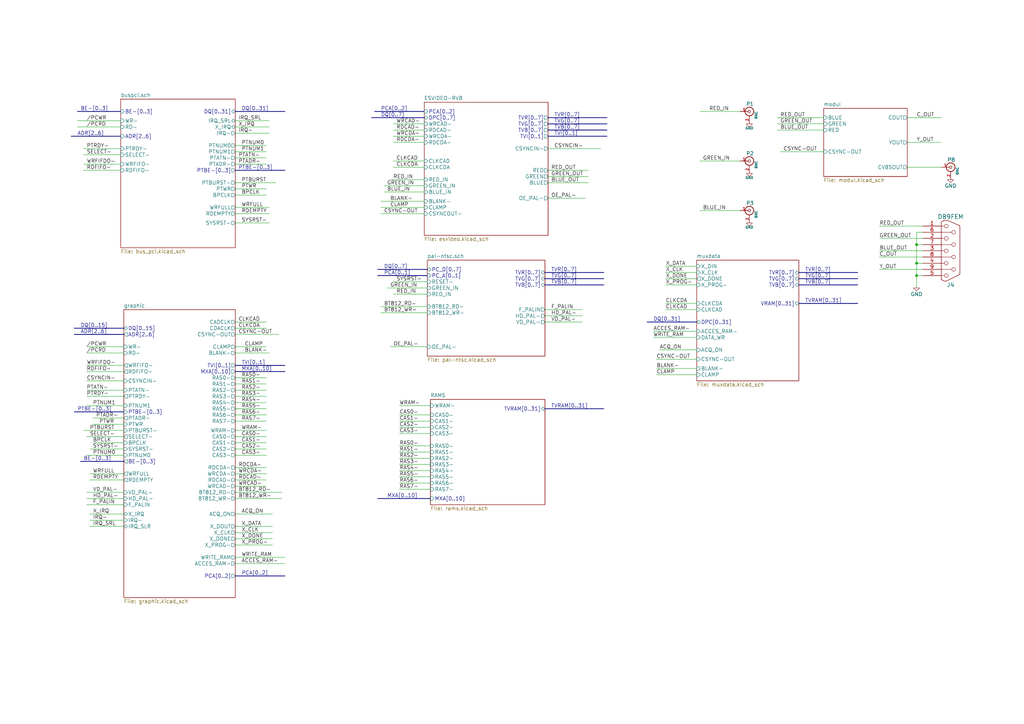
<source format=kicad_sch>
(kicad_sch (version 20241209) (generator "eeschema") (generator_version "9.0")
  (paper "A3")
  (title_block (title "Video") (date "Sun 22 Mar 2015") (rev "2.0B") (company "Kicad EDA") (comment 1 "Main sheet"))
  (lib_symbols
    (symbol "video_schlib:BNC" (pin_names (offset 1.016) (hide yes))
      (property "Reference" "P" (at 0.254 3.048 0))
      (property "Value" "BNC" (at 2.794 -1.524 90))
      (symbol "BNC_0_1"
        (circle (center 0 0) (radius 0.508) (stroke (width 0.2032)))
        (circle (center 0 0) (radius 1.778) (stroke (width 0.3048)))
      )
      (symbol "BNC_1_1"
        (pin passive line (at -3.81 0 0) (length 3.302) (name "In") (number "1"))
        (pin passive line (at 0 -5.08 90) (length 3.302) (name "Ext") (number "2"))
      )
    )
    (symbol "video_schlib:DB9" (pin_names (offset 1.016) (hide yes))
      (property "Reference" "J" (at 0 13.97 0))
      (property "Value" "DB9" (at 0 -13.97 0))
      (symbol "DB9_0_1"
        (polyline (pts (xy -3.81 10.16) (xy -2.54 10.16)))
        (polyline (pts (xy -3.81 7.62) (xy 0.508 7.62)))
        (polyline (pts (xy -3.81 5.08) (xy -2.54 5.08)))
        (polyline (pts (xy -3.81 2.54) (xy 0.508 2.54)))
        (polyline (pts (xy -3.81 0) (xy -2.54 0)))
        (polyline (pts (xy -3.81 -2.54) (xy 0.508 -2.54)))
        (polyline (pts (xy -3.81 -5.08) (xy -2.54 -5.08)))
        (polyline (pts (xy -3.81 -7.62) (xy 0.508 -7.62)))
        (polyline (pts (xy -3.81 -10.16) (xy -2.54 -10.16)))
        (polyline (pts (xy -3.81 -11.6586) (xy -3.556 -11.938)) (stroke (width 0.2032)))
        (polyline (pts (xy -3.81 -11.684) (xy -3.81 11.684)) (stroke (width 0.2032)))
        (polyline (pts (xy -3.556 11.938) (xy -2.54 12.446)) (stroke (width 0.2032)))
        (polyline (pts (xy -3.556 11.938) (xy -3.81 11.684)) (stroke (width 0.2032)))
        (polyline (pts (xy -3.556 -11.938) (xy -2.794 -12.446)) (stroke (width 0.2032)))
        (polyline (pts (xy -2.794 -12.446) (xy -1.27 -12.446)) (stroke (width 0.2032)))
        (polyline (pts (xy -2.54 12.446) (xy -1.778 12.446)) (stroke (width 0.2032)))
        (circle (center -1.778 10.16) (radius 0.762))
        (circle (center -1.778 5.08) (radius 0.762))
        (circle (center -1.778 0) (radius 0.762))
        (circle (center -1.778 -5.08) (radius 0.762))
        (circle (center -1.778 -10.16) (radius 0.762))
        (circle (center 1.27 7.62) (radius 0.762))
        (circle (center 1.27 2.54) (radius 0.762))
        (circle (center 1.27 -2.54) (radius 0.762))
        (circle (center 1.27 -7.62) (radius 0.762))
        (polyline (pts (xy 3.2766 9.906) (xy 3.81 9.398)) (stroke (width 0.2032)))
        (polyline (pts (xy 3.2766 9.906) (xy -1.778 12.446)) (stroke (width 0.2032)))
        (polyline (pts (xy 3.556 -10.3886) (xy -1.27 -12.446)) (stroke (width 0.2032)))
        (polyline (pts (xy 3.81 9.398) (xy 3.81 -9.906)) (stroke (width 0.2032)))
        (polyline (pts (xy 3.81 -9.906) (xy 3.556 -10.3886)) (stroke (width 0.2032)))
      )
      (symbol "DB9_1_1"
        (pin passive line (at -11.43 10.16 0) (length 7.62) (name "5") (number "5"))
        (pin passive line (at -11.43 7.62 0) (length 7.62) (name "P9") (number "9"))
        (pin passive line (at -11.43 5.08 0) (length 7.62) (name "4") (number "4"))
        (pin passive line (at -11.43 2.54 0) (length 7.62) (name "P8") (number "8"))
        (pin passive line (at -11.43 0 0) (length 7.62) (name "3") (number "3"))
        (pin passive line (at -11.43 -2.54 0) (length 7.62) (name "P7") (number "7"))
        (pin passive line (at -11.43 -5.08 0) (length 7.62) (name "2") (number "2"))
        (pin passive line (at -11.43 -7.62 0) (length 7.62) (name "P6") (number "6"))
        (pin passive line (at -11.43 -10.16 0) (length 7.62) (name "1") (number "1"))
      )
    )
    (symbol "video_schlib:GND" (power) (pin_names (offset 0))
      (symbol "GND_0_1"
        (polyline (pts (xy -1.27 0) (xy 0 -1.27) (xy 1.27 0) (xy -1.27 0)))
      )
      (symbol "GND_1_1"
        (pin power_in line (at 0 0 90) (length 0) (hide yes) (name "GND") (number "1"))
      )
    )
  )
  (junction (at 375.92 100.33) (diameter 0.9144))
  (junction (at 375.92 113.03) (diameter 0.9144))
  (junction (at 375.92 107.95) (diameter 0.9144))
  (wire (pts (xy 378.46 95.25) (xy 375.92 95.25)))
  (wire (pts (xy 224.79 74.93) (xy 241.3 74.93)))
  (wire (pts (xy 96.52 172.72) (xy 109.22 172.72)))
  (wire (pts (xy 38.1 171.45) (xy 50.8 171.45)))
  (wire (pts (xy 49.53 63.5) (xy 34.29 63.5)))
  (wire (pts (xy 96.52 218.44) (xy 111.76 218.44)))
  (wire (pts (xy 96.52 215.9) (xy 111.76 215.9)))
  (wire (pts (xy 50.8 201.93) (xy 35.56 201.93)))
  (wire (pts (xy 31.75 52.07) (xy 49.53 52.07)))
  (bus (pts (xy 327.66 111.76) (xy 351.79 111.76)))
  (wire (pts (xy 96.52 210.82) (xy 111.76 210.82)))
  (wire (pts (xy 320.04 62.23) (xy 337.82 62.23)))
  (wire (pts (xy 36.83 215.9) (xy 50.8 215.9)))
  (wire (pts (xy 161.29 58.42) (xy 173.99 58.42)))
  (wire (pts (xy 372.11 48.26) (xy 386.08 48.26)))
  (wire (pts (xy 270.51 143.51) (xy 285.75 143.51)))
  (wire (pts (xy 273.05 127) (xy 285.75 127)))
  (wire (pts (xy 287.02 45.72) (xy 303.53 45.72)))
  (wire (pts (xy 96.52 91.44) (xy 110.49 91.44)))
  (wire (pts (xy 161.29 120.65) (xy 175.26 120.65)))
  (wire (pts (xy 35.56 186.69) (xy 50.8 186.69)))
  (wire (pts (xy 96.52 165.1) (xy 109.22 165.1)))
  (wire (pts (xy 96.52 191.77) (xy 109.22 191.77)))
  (wire (pts (xy 238.76 132.08) (xy 223.52 132.08)))
  (wire (pts (xy 173.99 76.2) (xy 157.48 76.2)))
  (wire (pts (xy 96.52 167.64) (xy 109.22 167.64)))
  (wire (pts (xy 96.52 160.02) (xy 109.22 160.02)))
  (wire (pts (xy 34.29 60.96) (xy 49.53 60.96)))
  (wire (pts (xy 36.83 213.36) (xy 50.8 213.36)))
  (wire (pts (xy 156.21 125.73) (xy 175.26 125.73)))
  (bus (pts (xy 327.66 114.3) (xy 351.79 114.3)))
  (wire (pts (xy 96.52 194.31) (xy 109.22 194.31)))
  (wire (pts (xy 163.83 193.04) (xy 176.53 193.04)))
  (wire (pts (xy 318.77 50.8) (xy 337.82 50.8)))
  (wire (pts (xy 96.52 77.47) (xy 109.22 77.47)))
  (wire (pts (xy 96.52 228.6) (xy 116.84 228.6)))
  (wire (pts (xy 375.92 95.25) (xy 375.92 100.33)))
  (wire (pts (xy 175.26 118.11) (xy 158.75 118.11)))
  (wire (pts (xy 50.8 204.47) (xy 35.56 204.47)))
  (wire (pts (xy 360.68 102.87) (xy 378.46 102.87)))
  (wire (pts (xy 375.92 107.95) (xy 375.92 113.03)))
  (wire (pts (xy 96.52 154.94) (xy 109.22 154.94)))
  (wire (pts (xy 96.52 223.52) (xy 111.76 223.52)))
  (wire (pts (xy 156.21 85.09) (xy 173.99 85.09)))
  (bus (pts (xy 223.52 114.3) (xy 247.65 114.3)))
  (bus (pts (xy 49.53 45.72) (xy 31.75 45.72)))
  (wire (pts (xy 163.83 187.96) (xy 176.53 187.96)))
  (bus (pts (xy 50.8 189.23) (xy 33.02 189.23)))
  (wire (pts (xy 36.83 210.82) (xy 50.8 210.82)))
  (bus (pts (xy 30.48 137.16) (xy 50.8 137.16)))
  (wire (pts (xy 303.53 66.04) (xy 287.02 66.04)))
  (wire (pts (xy 160.02 73.66) (xy 173.99 73.66)))
  (wire (pts (xy 96.52 204.47) (xy 115.57 204.47)))
  (wire (pts (xy 96.52 186.69) (xy 109.22 186.69)))
  (wire (pts (xy 224.79 81.28) (xy 240.03 81.28)))
  (bus (pts (xy 223.52 111.76) (xy 247.65 111.76)))
  (wire (pts (xy 35.56 156.21) (xy 50.8 156.21)))
  (wire (pts (xy 96.52 170.18) (xy 109.22 170.18)))
  (wire (pts (xy 96.52 231.14) (xy 116.84 231.14)))
  (wire (pts (xy 96.52 201.93) (xy 115.57 201.93)))
  (bus (pts (xy 224.79 55.88) (xy 248.92 55.88)))
  (bus (pts (xy 223.52 116.84) (xy 247.65 116.84)))
  (wire (pts (xy 50.8 152.4) (xy 35.56 152.4)))
  (wire (pts (xy 360.68 97.79) (xy 378.46 97.79)))
  (wire (pts (xy 161.29 68.58) (xy 173.99 68.58)))
  (wire (pts (xy 50.8 207.01) (xy 35.56 207.01)))
  (wire (pts (xy 96.52 67.31) (xy 109.22 67.31)))
  (wire (pts (xy 267.97 138.43) (xy 285.75 138.43)))
  (wire (pts (xy 163.83 195.58) (xy 176.53 195.58)))
  (wire (pts (xy 163.83 172.72) (xy 176.53 172.72)))
  (wire (pts (xy 163.83 177.8) (xy 176.53 177.8)))
  (wire (pts (xy 163.83 185.42) (xy 176.53 185.42)))
  (wire (pts (xy 96.52 59.69) (xy 109.22 59.69)))
  (wire (pts (xy 96.52 199.39) (xy 109.22 199.39)))
  (wire (pts (xy 163.83 200.66) (xy 176.53 200.66)))
  (wire (pts (xy 224.79 69.85) (xy 241.3 69.85)))
  (wire (pts (xy 163.83 175.26) (xy 176.53 175.26)))
  (wire (pts (xy 303.53 86.36) (xy 287.02 86.36)))
  (wire (pts (xy 273.05 109.22) (xy 285.75 109.22)))
  (wire (pts (xy 156.21 82.55) (xy 173.99 82.55)))
  (wire (pts (xy 96.52 85.09) (xy 110.49 85.09)))
  (bus (pts (xy 327.66 124.46) (xy 351.79 124.46)))
  (wire (pts (xy 96.52 220.98) (xy 111.76 220.98)))
  (wire (pts (xy 35.56 160.02) (xy 50.8 160.02)))
  (wire (pts (xy 318.77 53.34) (xy 337.82 53.34)))
  (wire (pts (xy 50.8 149.86) (xy 35.56 149.86)))
  (wire (pts (xy 96.52 137.16) (xy 114.3 137.16)))
  (wire (pts (xy 96.52 157.48) (xy 109.22 157.48)))
  (bus (pts (xy 96.52 152.4) (xy 116.84 152.4)))
  (wire (pts (xy 161.29 55.88) (xy 173.99 55.88)))
  (bus (pts (xy 154.94 204.47) (xy 176.53 204.47)))
  (bus (pts (xy 96.52 149.86) (xy 116.84 149.86)))
  (bus (pts (xy 327.66 116.84) (xy 351.79 116.84)))
  (wire (pts (xy 161.29 53.34) (xy 173.99 53.34)))
  (wire (pts (xy 96.52 80.01) (xy 109.22 80.01)))
  (wire (pts (xy 386.08 58.42) (xy 372.11 58.42)))
  (bus (pts (xy 96.52 236.22) (xy 116.84 236.22)))
  (wire (pts (xy 96.52 132.08) (xy 109.22 132.08)))
  (wire (pts (xy 96.52 179.07) (xy 109.22 179.07)))
  (wire (pts (xy 163.83 170.18) (xy 176.53 170.18)))
  (bus (pts (xy 224.79 48.26) (xy 248.92 48.26)))
  (wire (pts (xy 96.52 176.53) (xy 109.22 176.53)))
  (wire (pts (xy 238.76 127) (xy 223.52 127)))
  (wire (pts (xy 224.79 72.39) (xy 241.3 72.39)))
  (wire (pts (xy 269.24 153.67) (xy 285.75 153.67)))
  (wire (pts (xy 238.76 129.54) (xy 223.52 129.54)))
  (wire (pts (xy 173.99 78.74) (xy 157.48 78.74)))
  (wire (pts (xy 378.46 110.49) (xy 360.68 110.49)))
  (wire (pts (xy 163.83 198.12) (xy 176.53 198.12)))
  (wire (pts (xy 161.29 50.8) (xy 173.99 50.8)))
  (wire (pts (xy 269.24 147.32) (xy 285.75 147.32)))
  (bus (pts (xy 96.52 45.72) (xy 116.84 45.72)))
  (wire (pts (xy 163.83 166.37) (xy 176.53 166.37)))
  (wire (pts (xy 375.92 107.95) (xy 378.46 107.95)))
  (wire (pts (xy 35.56 142.24) (xy 50.8 142.24)))
  (wire (pts (xy 378.46 100.33) (xy 375.92 100.33)))
  (wire (pts (xy 372.11 68.58) (xy 386.08 68.58)))
  (wire (pts (xy 96.52 184.15) (xy 109.22 184.15)))
  (wire (pts (xy 38.1 173.99) (xy 50.8 173.99)))
  (wire (pts (xy 96.52 196.85) (xy 109.22 196.85)))
  (wire (pts (xy 273.05 111.76) (xy 285.75 111.76)))
  (wire (pts (xy 96.52 52.07) (xy 110.49 52.07)))
  (wire (pts (xy 96.52 162.56) (xy 109.22 162.56)))
  (wire (pts (xy 375.92 113.03) (xy 378.46 113.03)))
  (bus (pts (xy 154.94 110.49) (xy 175.26 110.49)))
  (bus (pts (xy 224.79 53.34) (xy 248.92 53.34)))
  (wire (pts (xy 273.05 116.84) (xy 285.75 116.84)))
  (wire (pts (xy 35.56 166.37) (xy 50.8 166.37)))
  (bus (pts (xy 153.67 45.72) (xy 173.99 45.72)))
  (wire (pts (xy 360.68 105.41) (xy 378.46 105.41)))
  (wire (pts (xy 36.83 194.31) (xy 50.8 194.31)))
  (wire (pts (xy 36.83 196.85) (xy 50.8 196.85)))
  (bus (pts (xy 29.21 55.88) (xy 49.53 55.88)))
  (wire (pts (xy 35.56 144.78) (xy 50.8 144.78)))
  (wire (pts (xy 163.83 182.88) (xy 176.53 182.88)))
  (wire (pts (xy 96.52 142.24) (xy 109.22 142.24)))
  (wire (pts (xy 96.52 181.61) (xy 109.22 181.61)))
  (bus (pts (xy 223.52 167.64) (xy 247.65 167.64)))
  (wire (pts (xy 96.52 49.53) (xy 110.49 49.53)))
  (wire (pts (xy 96.52 74.93) (xy 113.03 74.93)))
  (wire (pts (xy 49.53 67.31) (xy 34.29 67.31)))
  (wire (pts (xy 375.92 113.03) (xy 375.92 118.11)))
  (wire (pts (xy 96.52 134.62) (xy 109.22 134.62)))
  (wire (pts (xy 96.52 54.61) (xy 110.49 54.61)))
  (bus (pts (xy 265.43 132.08) (xy 285.75 132.08)))
  (wire (pts (xy 160.02 142.24) (xy 175.26 142.24)))
  (wire (pts (xy 36.83 184.15) (xy 50.8 184.15)))
  (wire (pts (xy 50.8 181.61) (xy 38.1 181.61)))
  (wire (pts (xy 224.79 60.96) (xy 246.38 60.96)))
  (wire (pts (xy 31.75 49.53) (xy 49.53 49.53)))
  (bus (pts (xy 96.52 69.85) (xy 116.84 69.85)))
  (wire (pts (xy 273.05 114.3) (xy 285.75 114.3)))
  (bus (pts (xy 224.79 50.8) (xy 248.92 50.8)))
  (wire (pts (xy 96.52 144.78) (xy 110.49 144.78)))
  (wire (pts (xy 96.52 62.23) (xy 109.22 62.23)))
  (wire (pts (xy 96.52 64.77) (xy 109.22 64.77)))
  (wire (pts (xy 360.68 92.71) (xy 378.46 92.71)))
  (bus (pts (xy 154.94 113.03) (xy 175.26 113.03)))
  (wire (pts (xy 50.8 179.07) (xy 35.56 179.07)))
  (wire (pts (xy 273.05 124.46) (xy 285.75 124.46)))
  (wire (pts (xy 267.97 135.89) (xy 285.75 135.89)))
  (wire (pts (xy 156.21 128.27) (xy 175.26 128.27)))
  (wire (pts (xy 375.92 100.33) (xy 375.92 107.95)))
  (wire (pts (xy 156.21 87.63) (xy 173.99 87.63)))
  (wire (pts (xy 269.24 151.13) (xy 285.75 151.13)))
  (wire (pts (xy 35.56 162.56) (xy 50.8 162.56)))
  (wire (pts (xy 161.29 66.04) (xy 173.99 66.04)))
  (bus (pts (xy 30.48 168.91) (xy 50.8 168.91)))
  (bus (pts (xy 173.99 48.26) (xy 152.4 48.26)))
  (wire (pts (xy 163.83 190.5) (xy 176.53 190.5)))
  (wire (pts (xy 96.52 87.63) (xy 110.49 87.63)))
  (bus (pts (xy 30.48 134.62) (xy 50.8 134.62)))
  (wire (pts (xy 34.29 176.53) (xy 50.8 176.53)))
  (wire (pts (xy 49.53 69.85) (xy 34.29 69.85)))
  (wire (pts (xy 161.29 115.57) (xy 175.26 115.57)))
  (wire (pts (xy 318.77 48.26) (xy 337.82 48.26)))
  (label "PCA[0..1]" (at 157.48 113.03 0) (effects (font (size 1.524 1.524))))
  (label "SELECT-" (at 35.56 63.5 0) (effects (font (size 1.524 1.524))))
  (label "CLKCDA" (at 97.79 134.62 0) (effects (font (size 1.524 1.524))))
  (label "TVI[0..1]" (at 227.33 55.88 0) (effects (font (size 1.524 1.524))))
  (label "BT812_RD-" (at 157.48 125.73 0) (effects (font (size 1.524 1.524))))
  (label "WRAM-" (at 99.06 176.53 0) (effects (font (size 1.524 1.524))))
  (label "CLAMP" (at 269.24 153.67 0) (effects (font (size 1.524 1.524))))
  (label "CAS2-" (at 99.06 184.15 0) (effects (font (size 1.524 1.524))))
  (label "CAS3-" (at 99.06 186.69 0) (effects (font (size 1.524 1.524))))
  (label "TVG[0..7]" (at 226.06 114.3 0) (effects (font (size 1.524 1.524))))
  (label "IRQ-" (at 97.79 54.61 0) (effects (font (size 1.524 1.524))))
  (label "ACQ_ON" (at 99.06 210.82 0) (effects (font (size 1.524 1.524))))
  (label "TVG[0..7]" (at 227.33 50.8 0) (effects (font (size 1.524 1.524))))
  (label "IRQ-" (at 38.1 213.36 0) (effects (font (size 1.524 1.524))))
  (label "CLKCAD" (at 273.05 127 0) (effects (font (size 1.524 1.524))))
  (label "CAS1-" (at 163.83 172.72 0) (effects (font (size 1.524 1.524))))
  (label "CLAMP" (at 100.33 142.24 0) (effects (font (size 1.524 1.524))))
  (label "RAS2-" (at 99.06 160.02 0) (effects (font (size 1.524 1.524))))
  (label "ACCES_RAM-" (at 267.97 135.89 0) (effects (font (size 1.524 1.524))))
  (label "X_DONE" (at 273.05 114.3 0) (effects (font (size 1.524 1.524))))
  (label "RAS4-" (at 99.06 165.1 0) (effects (font (size 1.524 1.524))))
  (label "PTNUM1" (at 99.06 62.23 0) (effects (font (size 1.524 1.524))))
  (label "RAS7-" (at 163.83 200.66 0) (effects (font (size 1.524 1.524))))
  (label "CSYNCIN-" (at 35.56 156.21 0) (effects (font (size 1.524 1.524))))
  (label "CSYNC-OUT" (at 321.31 62.23 0) (effects (font (size 1.524 1.524))))
  (label "SYSRST-" (at 38.1 184.15 0) (effects (font (size 1.524 1.524))))
  (label "BPCLK" (at 38.1 181.61 0) (effects (font (size 1.524 1.524))))
  (label "X_CLK" (at 273.05 111.76 0) (effects (font (size 1.524 1.524))))
  (label "CAS0-" (at 163.83 170.18 0) (effects (font (size 1.524 1.524))))
  (label "PCA[0..2]" (at 99.06 236.22 0) (effects (font (size 1.524 1.524))))
  (label "X_DATA" (at 99.06 215.9 0) (effects (font (size 1.524 1.524))))
  (label "RDCDA-" (at 97.79 191.77 0) (effects (font (size 1.524 1.524))))
  (label "WRCAD-" (at 162.56 50.8 0) (effects (font (size 1.524 1.524))))
  (label "RAS3-" (at 99.06 162.56 0) (effects (font (size 1.524 1.524))))
  (label "WRFULL" (at 38.1 194.31 0) (effects (font (size 1.524 1.524))))
  (label "GREEN_IN" (at 160.02 118.11 0) (effects (font (size 1.524 1.524))))
  (label "PCA[0..2]" (at 156.21 45.72 0) (effects (font (size 1.524 1.524))))
  (label "TVRAM[0..31]" (at 226.06 167.64 0) (effects (font (size 1.524 1.524))))
  (label "TVRAM[0..31]" (at 330.2 124.46 0) (effects (font (size 1.524 1.524))))
  (label "GREEN_OUT" (at 360.68 97.79 0) (effects (font (size 1.524 1.524))))
  (label "VD_PAL-" (at 38.1 201.93 0) (effects (font (size 1.524 1.524))))
  (label "PTNUM0" (at 38.1 186.69 0) (effects (font (size 1.524 1.524))))
  (label "C_OUT" (at 375.92 48.26 0) (effects (font (size 1.524 1.524))))
  (label "WRFIFDO-" (at 35.56 67.31 0) (effects (font (size 1.524 1.524))))
  (label "F_PALIN" (at 226.06 127 0) (effects (font (size 1.524 1.524))))
  (label "RAS5-" (at 99.06 167.64 0) (effects (font (size 1.524 1.524))))
  (label "CSYNCIN-" (at 227.33 60.96 0) (effects (font (size 1.524 1.524))))
  (label "CSYNC-OUT" (at 157.48 87.63 0) (effects (font (size 1.524 1.524))))
  (label "GREEN_OUT" (at 226.06 72.39 0) (effects (font (size 1.524 1.524))))
  (label "RAS0-" (at 163.83 182.88 0) (effects (font (size 1.524 1.524))))
  (label "HD_PAL-" (at 226.06 129.54 0) (effects (font (size 1.524 1.524))))
  (label "WRITE_RAM" (at 267.97 138.43 0) (effects (font (size 1.524 1.524))))
  (label "PTADR-" (at 97.79 67.31 0) (effects (font (size 1.524 1.524))))
  (label "WRITE_RAM" (at 99.06 228.6 0) (effects (font (size 1.524 1.524))))
  (label "ACQ_ON" (at 270.51 143.51 0) (effects (font (size 1.524 1.524))))
  (label "BT812_WR-" (at 97.79 204.47 0) (effects (font (size 1.524 1.524))))
  (label "WRFULL" (at 99.06 85.09 0) (effects (font (size 1.524 1.524))))
  (label "RED_OUT" (at 226.06 69.85 0) (effects (font (size 1.524 1.524))))
  (label "BLUE_IN" (at 158.75 78.74 0) (effects (font (size 1.524 1.524))))
  (label "PTATN-" (at 35.56 160.02 0) (effects (font (size 1.524 1.524))))
  (label "BLUE_OUT" (at 226.06 74.93 0) (effects (font (size 1.524 1.524))))
  (label "MXA[0..10]" (at 99.06 152.4 0) (effects (font (size 1.524 1.524))))
  (label "/PCRD" (at 35.56 144.78 0) (effects (font (size 1.524 1.524))))
  (label "CLAMP" (at 160.02 85.09 0) (effects (font (size 1.524 1.524))))
  (label "DQ[0..31]" (at 267.97 132.08 0) (effects (font (size 1.524 1.524))))
  (label "DQ[0..7]" (at 156.21 48.26 0) (effects (font (size 1.524 1.524))))
  (label "BLUE_OUT" (at 360.68 102.87 0) (effects (font (size 1.524 1.524))))
  (label "PTADR-" (at 39.37 171.45 0) (effects (font (size 1.524 1.524))))
  (label "PTWR" (at 99.06 77.47 0) (effects (font (size 1.524 1.524))))
  (label "TVR[0..7]" (at 330.2 111.76 0) (effects (font (size 1.524 1.524))))
  (label "RAS7-" (at 99.06 172.72 0) (effects (font (size 1.524 1.524))))
  (label "PTBURST" (at 36.83 176.53 0) (effects (font (size 1.524 1.524))))
  (label "RAS6-" (at 163.83 198.12 0) (effects (font (size 1.524 1.524))))
  (label "RAS1-" (at 163.83 185.42 0) (effects (font (size 1.524 1.524))))
  (label "RAS6-" (at 99.06 170.18 0) (effects (font (size 1.524 1.524))))
  (label "WRCDA-" (at 162.56 55.88 0) (effects (font (size 1.524 1.524))))
  (label "RED_IN" (at 161.29 73.66 0) (effects (font (size 1.524 1.524))))
  (label "WRCDA-" (at 97.79 194.31 0) (effects (font (size 1.524 1.524))))
  (label "RDCDA-" (at 162.56 58.42 0) (effects (font (size 1.524 1.524))))
  (label "TVR[0..7]" (at 227.33 48.26 0) (effects (font (size 1.524 1.524))))
  (label "ADR[2..6]" (at 31.75 55.88 0) (effects (font (size 1.524 1.524))))
  (label "CAS1-" (at 99.06 181.61 0) (effects (font (size 1.524 1.524))))
  (label "RAS2-" (at 163.83 187.96 0) (effects (font (size 1.524 1.524))))
  (label "RED_OUT" (at 360.68 92.71 0) (effects (font (size 1.524 1.524))))
  (label "TVB[0..7]" (at 226.06 116.84 0) (effects (font (size 1.524 1.524))))
  (label "BPCLK" (at 99.06 80.01 0) (effects (font (size 1.524 1.524))))
  (label "ACCES_RAM-" (at 99.06 231.14 0) (effects (font (size 1.524 1.524))))
  (label "TVB[0..7]" (at 227.33 53.34 0) (effects (font (size 1.524 1.524))))
  (label "X_DONE" (at 99.06 220.98 0) (effects (font (size 1.524 1.524))))
  (label "RAS1-" (at 99.06 157.48 0) (effects (font (size 1.524 1.524))))
  (label "CAS3-" (at 163.83 177.8 0) (effects (font (size 1.524 1.524))))
  (label "BE-[0..3]" (at 33.02 45.72 0) (effects (font (size 1.524 1.524))))
  (label "CLKCAD" (at 97.79 132.08 0) (effects (font (size 1.524 1.524))))
  (label "BLUE_IN" (at 288.29 86.36 0) (effects (font (size 1.524 1.524))))
  (label "C_OUT" (at 360.68 105.41 0) (effects (font (size 1.524 1.524))))
  (label "X_PROG-" (at 273.05 116.84 0) (effects (font (size 1.524 1.524))))
  (label "PTNUM1" (at 38.1 166.37 0) (effects (font (size 1.524 1.524))))
  (label "RDCAD-" (at 162.56 53.34 0) (effects (font (size 1.524 1.524))))
  (label "CLKCAD" (at 162.56 66.04 0) (effects (font (size 1.524 1.524))))
  (label "PTWR" (at 40.64 173.99 0) (effects (font (size 1.524 1.524))))
  (label "OE_PAL-" (at 226.06 81.28 0) (effects (font (size 1.524 1.524))))
  (label "RAS0-" (at 99.06 154.94 0) (effects (font (size 1.524 1.524))))
  (label "DQ[0..15]" (at 33.02 134.62 0) (effects (font (size 1.524 1.524))))
  (label "BT812_WR-" (at 157.48 128.27 0) (effects (font (size 1.524 1.524))))
  (label "F_PALIN" (at 38.1 207.01 0) (effects (font (size 1.524 1.524))))
  (label "RDFIFO-" (at 35.56 152.4 0) (effects (font (size 1.524 1.524))))
  (label "/PCRD" (at 35.56 52.07 0) (effects (font (size 1.524 1.524))))
  (label "BLANK-" (at 100.33 144.78 0) (effects (font (size 1.524 1.524))))
  (label "RED_IN" (at 162.56 120.65 0) (effects (font (size 1.524 1.524))))
  (label "WRAM-" (at 163.83 166.37 0) (effects (font (size 1.524 1.524))))
  (label "ADR[2..6]" (at 33.02 137.16 0) (effects (font (size 1.524 1.524))))
  (label "GREEN_OUT" (at 320.04 50.8 0) (effects (font (size 1.524 1.524))))
  (label "DQ[0..31]" (at 99.06 45.72 0) (effects (font (size 1.524 1.524))))
  (label "RAS4-" (at 163.83 193.04 0) (effects (font (size 1.524 1.524))))
  (label "X_IRQ" (at 38.1 210.82 0) (effects (font (size 1.524 1.524))))
  (label "TVR[0..7]" (at 226.06 111.76 0) (effects (font (size 1.524 1.524))))
  (label "X_IRQ" (at 97.79 52.07 0) (effects (font (size 1.524 1.524))))
  (label "RED_OUT" (at 320.04 48.26 0) (effects (font (size 1.524 1.524))))
  (label "TVI[0..1]" (at 99.06 149.86 0) (effects (font (size 1.524 1.524))))
  (label "SELECT-" (at 36.83 179.07 0) (effects (font (size 1.524 1.524))))
  (label "RDEMPTY" (at 99.06 87.63 0) (effects (font (size 1.524 1.524))))
  (label "IRQ_SRL" (at 97.79 49.53 0) (effects (font (size 1.524 1.524))))
  (label "PTBURST" (at 99.06 74.93 0) (effects (font (size 1.524 1.524))))
  (label "GREEN_IN" (at 158.75 76.2 0) (effects (font (size 1.524 1.524))))
  (label "PTBE-[0..3]" (at 31.75 168.91 0) (effects (font (size 1.524 1.524))))
  (label "PTBE-[0..3]" (at 97.79 69.85 0) (effects (font (size 1.524 1.524))))
  (label "/PCWR" (at 35.56 49.53 0) (effects (font (size 1.524 1.524))))
  (label "RAS3-" (at 163.83 190.5 0) (effects (font (size 1.524 1.524))))
  (label "BE-[0..3]" (at 34.29 189.23 0) (effects (font (size 1.524 1.524))))
  (label "PTRDY-" (at 35.56 60.96 0) (effects (font (size 1.524 1.524))))
  (label "BLANK-" (at 160.02 82.55 0) (effects (font (size 1.524 1.524))))
  (label "BLANK-" (at 269.24 151.13 0) (effects (font (size 1.524 1.524))))
  (label "PTRDY-" (at 35.56 162.56 0) (effects (font (size 1.524 1.524))))
  (label "OE_PAL-" (at 161.29 142.24 0) (effects (font (size 1.524 1.524))))
  (label "HD_PAL-" (at 38.1 204.47 0) (effects (font (size 1.524 1.524))))
  (label "RDEMPTY" (at 38.1 196.85 0) (effects (font (size 1.524 1.524))))
  (label "X_DATA" (at 273.05 109.22 0) (effects (font (size 1.524 1.524))))
  (label "X_PROG-" (at 99.06 223.52 0) (effects (font (size 1.524 1.524))))
  (label "RED_IN" (at 290.83 45.72 0) (effects (font (size 1.524 1.524))))
  (label "CSYNC-OUT" (at 97.79 137.16 0) (effects (font (size 1.524 1.524))))
  (label "WRCAD-" (at 97.79 199.39 0) (effects (font (size 1.524 1.524))))
  (label "WRFIFDO-" (at 35.56 149.86 0) (effects (font (size 1.524 1.524))))
  (label "Y_OUT" (at 375.92 58.42 0) (effects (font (size 1.524 1.524))))
  (label "RDFIFO-" (at 35.56 69.85 0) (effects (font (size 1.524 1.524))))
  (label "SYSRST-" (at 162.56 115.57 0) (effects (font (size 1.524 1.524))))
  (label "CAS0-" (at 99.06 179.07 0) (effects (font (size 1.524 1.524))))
  (label "VD_PAL-" (at 226.06 132.08 0) (effects (font (size 1.524 1.524))))
  (label "RAS5-" (at 163.83 195.58 0) (effects (font (size 1.524 1.524))))
  (label "MXA[0..10]" (at 158.75 204.47 0) (effects (font (size 1.524 1.524))))
  (label "PTNUM0" (at 99.06 59.69 0) (effects (font (size 1.524 1.524))))
  (label "/PCWR" (at 35.56 142.24 0) (effects (font (size 1.524 1.524))))
  (label "BT812_RD-" (at 97.79 201.93 0) (effects (font (size 1.524 1.524))))
  (label "TVB[0..7]" (at 330.2 116.84 0) (effects (font (size 1.524 1.524))))
  (label "TVG[0..7]" (at 330.2 114.3 0) (effects (font (size 1.524 1.524))))
  (label "IRQ_SRL" (at 38.1 215.9 0) (effects (font (size 1.524 1.524))))
  (label "PTATN-" (at 97.79 64.77 0) (effects (font (size 1.524 1.524))))
  (label "DQ[0..7]" (at 157.48 110.49 0) (effects (font (size 1.524 1.524))))
  (label "CLKCDA" (at 162.56 68.58 0) (effects (font (size 1.524 1.524))))
  (label "BLUE_OUT" (at 320.04 53.34 0) (effects (font (size 1.524 1.524))))
  (label "CAS2-" (at 163.83 175.26 0) (effects (font (size 1.524 1.524))))
  (label "RDCAD-" (at 97.79 196.85 0) (effects (font (size 1.524 1.524))))
  (label "Y_OUT" (at 360.68 110.49 0) (effects (font (size 1.524 1.524))))
  (label "CSYNC-OUT" (at 269.24 147.32 0) (effects (font (size 1.524 1.524))))
  (label "CLKCDA" (at 273.05 124.46 0) (effects (font (size 1.524 1.524))))
  (label "X_CLK" (at 99.06 218.44 0) (effects (font (size 1.524 1.524))))
  (label "GREEN_IN" (at 288.29 66.04 0) (effects (font (size 1.524 1.524))))
  (label "SYSRST-" (at 99.06 91.44 0) (effects (font (size 1.524 1.524))))
  (symbol (lib_id "video_schlib:BNC") (at 389.89 68.58 0) (unit 1)
    (property "Reference" "P8" (at 390.144 65.532 0) (effects (font (size 1.524 1.524))))
    (property "Value" "BNC" (at 392.684 70.104 90) (effects (font (size 1.016 1.016))))
    (property "Footprint" "footprints:subclick" (effects (hide yes)))
  )
  (symbol (lib_id "video_schlib:GND") (at 389.89 73.66 0) (unit 1)
    (property "Reference" "#GND02" (effects (hide yes)))
    (property "Value" "GND" (at 389.89 76.2 0) (effects (font (size 1.524 1.524))))
  )
  (symbol (lib_id "video_schlib:BNC") (at 307.34 45.72 0) (unit 1)
    (property "Reference" "P1" (at 307.594 42.672 0) (effects (font (size 1.524 1.524))))
    (property "Value" "BNC" (at 310.134 47.244 90) (effects (font (size 1.016 1.016))))
    (property "Footprint" "footprints:subclick" (effects (hide yes)))
  )
  (symbol (lib_id "video_schlib:BNC") (at 307.34 66.04 0) (unit 1)
    (property "Reference" "P2" (at 307.594 62.992 0) (effects (font (size 1.524 1.524))))
    (property "Value" "BNC" (at 310.134 67.564 90) (effects (font (size 1.016 1.016))))
    (property "Footprint" "footprints:subclick" (effects (hide yes)))
  )
  (symbol (lib_id "video_schlib:BNC") (at 307.34 86.36 0) (unit 1)
    (property "Reference" "P3" (at 307.594 83.312 0) (effects (font (size 1.524 1.524))))
    (property "Value" "BNC" (at 310.134 87.884 90) (effects (font (size 1.016 1.016))))
    (property "Footprint" "footprints:subclick" (effects (hide yes)))
  )
  (symbol (lib_id "video_schlib:GND") (at 307.34 50.8 0) (unit 1)
    (property "Reference" "#GND05" (effects (hide yes)))
    (property "Value" "GND" (at 307.34 52.578 0) (effects (font (size 1.016 1.016))))
  )
  (symbol (lib_id "video_schlib:GND") (at 307.34 91.44 0) (unit 1)
    (property "Reference" "#GND04" (effects (hide yes)))
    (property "Value" "GND" (at 307.34 93.218 0) (effects (font (size 1.016 1.016))))
  )
  (symbol (lib_id "video_schlib:GND") (at 307.34 71.12 0) (unit 1)
    (property "Reference" "#GND03" (effects (hide yes)))
    (property "Value" "GND" (at 307.34 72.898 0) (effects (font (size 1.016 1.016))))
  )
  (symbol (lib_id "video_schlib:GND") (at 375.92 118.11 0) (unit 1)
    (property "Reference" "#GND01" (effects (hide yes)))
    (property "Value" "GND" (at 375.92 120.65 0) (effects (font (size 1.524 1.524))))
  )
  (symbol (lib_id "video_schlib:DB9") (at 389.89 102.87 0) (mirror x) (unit 1)
    (property "Reference" "J4" (at 389.89 116.84 0) (effects (font (size 1.778 1.778))))
    (property "Value" "DB9FEM" (at 389.89 88.9 0) (effects (font (size 1.778 1.778))))
    (property "Footprint" "Connector_Dsub:DSUB-9_Female_Horizontal_P2.77x2.84mm_EdgePinOffset14.56mm_Housed_MountingHolesOffset15.98mm" (effects (hide yes)))
  )
  (sheet (at 285.75 106.68) (size 41.91 49.53)
    (property "Sheetname" "muxdata" (at 285.75 105.9175 0) (effects (font (size 1.524 1.524)) (justify left bottom)))
    (property "Sheetfile" "muxdata.kicad_sch" (at 285.75 156.8201 0) (effects (font (size 1.524 1.524)) (justify left top)))
    (pin "X_DIN" input (at 285.75 109.22 180) (effects (font (size 1.524 1.524))))
    (pin "X_CLK" input (at 285.75 111.76 180) (effects (font (size 1.524 1.524))))
    (pin "CLKCDA" input (at 285.75 124.46 180) (effects (font (size 1.524 1.524))))
    (pin "CLKCAD" input (at 285.75 127 180) (effects (font (size 1.524 1.524))))
    (pin "X_DONE" output (at 285.75 114.3 180) (effects (font (size 1.524 1.524))))
    (pin "X_PROG-" input (at 285.75 116.84 180) (effects (font (size 1.524 1.524))))
    (pin "TVB[0..7]" bidirectional (at 327.66 116.84 0) (effects (font (size 1.524 1.524))))
    (pin "TVG[0..7]" bidirectional (at 327.66 114.3 0) (effects (font (size 1.524 1.524))))
    (pin "TVR[0..7]" bidirectional (at 327.66 111.76 0) (effects (font (size 1.524 1.524))))
    (pin "VRAM[0..31]" bidirectional (at 327.66 124.46 0) (effects (font (size 1.524 1.524))))
    (pin "DPC[0..31]" bidirectional (at 285.75 132.08 180) (effects (font (size 1.524 1.524))))
    (pin "ACCES_RAM-" input (at 285.75 135.89 180) (effects (font (size 1.524 1.524))))
    (pin "DATA_WR" input (at 285.75 138.43 180) (effects (font (size 1.524 1.524))))
    (pin "ACQ_ON" input (at 285.75 143.51 180) (effects (font (size 1.524 1.524))))
    (pin "CSYNC-OUT" input (at 285.75 147.32 180) (effects (font (size 1.524 1.524))))
    (pin "BLANK-" input (at 285.75 151.13 180) (effects (font (size 1.524 1.524))))
    (pin "CLAMP" input (at 285.75 153.67 180) (effects (font (size 1.524 1.524))))
  )
  (sheet (at 337.82 44.45) (size 34.29 27.94)
    (property "Sheetname" "modul" (at 337.82 43.6875 0) (effects (font (size 1.524 1.524)) (justify left bottom)))
    (property "Sheetfile" "modul.kicad_sch" (at 337.82 73.0001 0) (effects (font (size 1.524 1.524)) (justify left top)))
    (pin "BLUE" input (at 337.82 48.26 180) (effects (font (size 1.524 1.524))))
    (pin "GREEN" input (at 337.82 50.8 180) (effects (font (size 1.524 1.524))))
    (pin "RED" input (at 337.82 53.34 180) (effects (font (size 1.524 1.524))))
    (pin "CVBSOUT" output (at 372.11 68.58 0) (effects (font (size 1.524 1.524))))
    (pin "YOUT" output (at 372.11 58.42 0) (effects (font (size 1.524 1.524))))
    (pin "COUT" output (at 372.11 48.26 0) (effects (font (size 1.524 1.524))))
    (pin "CSYNC-OUT" input (at 337.82 62.23 180) (effects (font (size 1.524 1.524))))
  )
  (sheet (at 175.26 106.68) (size 48.26 39.37)
    (property "Sheetname" "pal-ntsc.sch" (at 175.26 105.9175 0) (effects (font (size 1.524 1.524)) (justify left bottom)))
    (property "Sheetfile" "pal-ntsc.kicad_sch" (at 175.26 146.6601 0) (effects (font (size 1.524 1.524)) (justify left top)))
    (pin "F_PALIN" output (at 223.52 127 0) (effects (font (size 1.524 1.524))))
    (pin "TVR[0..7]" bidirectional (at 223.52 111.76 0) (effects (font (size 1.524 1.524))))
    (pin "PC_D[0..7]" bidirectional (at 175.26 110.49 180) (effects (font (size 1.524 1.524))))
    (pin "PC_A[0..1]" input (at 175.26 113.03 180) (effects (font (size 1.524 1.524))))
    (pin "RESET-" input (at 175.26 115.57 180) (effects (font (size 1.524 1.524))))
    (pin "GREEN_IN" input (at 175.26 118.11 180) (effects (font (size 1.524 1.524))))
    (pin "RED_IN" input (at 175.26 120.65 180) (effects (font (size 1.524 1.524))))
    (pin "OE_PAL-" input (at 175.26 142.24 180) (effects (font (size 1.524 1.524))))
    (pin "HD_PAL-" output (at 223.52 129.54 0) (effects (font (size 1.524 1.524))))
    (pin "VD_PAL-" output (at 223.52 132.08 0) (effects (font (size 1.524 1.524))))
    (pin "TVB[0..7]" bidirectional (at 223.52 116.84 0) (effects (font (size 1.524 1.524))))
    (pin "TVG[0..7]" bidirectional (at 223.52 114.3 0) (effects (font (size 1.524 1.524))))
    (pin "BT812_WR-" input (at 175.26 128.27 180) (effects (font (size 1.524 1.524))))
    (pin "BT812_RD-" input (at 175.26 125.73 180) (effects (font (size 1.524 1.524))))
  )
  (sheet (at 50.8 127) (size 45.72 118.11)
    (property "Sheetname" "graphic" (at 50.8 126.2375 0) (effects (font (size 1.524 1.524)) (justify left bottom)))
    (property "Sheetfile" "graphic.kicad_sch" (at 50.8 245.7201 0) (effects (font (size 1.524 1.524)) (justify left top)))
    (pin "CSYNC-OUT" output (at 96.52 137.16 0) (effects (font (size 1.524 1.524))))
    (pin "DQ[0..15]" bidirectional (at 50.8 134.62 180) (effects (font (size 1.524 1.524))))
    (pin "ADR[2..6]" output (at 50.8 137.16 180) (effects (font (size 1.524 1.524))))
    (pin "CADCLK" output (at 96.52 132.08 0) (effects (font (size 1.524 1.524))))
    (pin "CDACLK" output (at 96.52 134.62 0) (effects (font (size 1.524 1.524))))
    (pin "CLAMP" output (at 96.52 142.24 0) (effects (font (size 1.524 1.524))))
    (pin "CSYNCIN-" input (at 50.8 156.21 180) (effects (font (size 1.524 1.524))))
    (pin "MXA[0..10]" output (at 96.52 152.4 0) (effects (font (size 1.524 1.524))))
    (pin "RAS7-" output (at 96.52 172.72 0) (effects (font (size 1.524 1.524))))
    (pin "RAS6-" output (at 96.52 170.18 0) (effects (font (size 1.524 1.524))))
    (pin "RAS5-" output (at 96.52 167.64 0) (effects (font (size 1.524 1.524))))
    (pin "RAS4-" output (at 96.52 165.1 0) (effects (font (size 1.524 1.524))))
    (pin "RAS3-" output (at 96.52 162.56 0) (effects (font (size 1.524 1.524))))
    (pin "RAS2-" output (at 96.52 160.02 0) (effects (font (size 1.524 1.524))))
    (pin "RAS1-" output (at 96.52 157.48 0) (effects (font (size 1.524 1.524))))
    (pin "RAS0-" output (at 96.52 154.94 0) (effects (font (size 1.524 1.524))))
    (pin "CAS2-" output (at 96.52 184.15 0) (effects (font (size 1.524 1.524))))
    (pin "CAS1-" output (at 96.52 181.61 0) (effects (font (size 1.524 1.524))))
    (pin "CAS0-" output (at 96.52 179.07 0) (effects (font (size 1.524 1.524))))
    (pin "RD-" input (at 50.8 144.78 180) (effects (font (size 1.524 1.524))))
    (pin "WR-" input (at 50.8 142.24 180) (effects (font (size 1.524 1.524))))
    (pin "CAS3-" output (at 96.52 186.69 0) (effects (font (size 1.524 1.524))))
    (pin "RDCDA-" output (at 96.52 191.77 0) (effects (font (size 1.524 1.524))))
    (pin "WRCDA-" output (at 96.52 194.31 0) (effects (font (size 1.524 1.524))))
    (pin "RDCAD-" output (at 96.52 196.85 0) (effects (font (size 1.524 1.524))))
    (pin "WRCAD-" output (at 96.52 199.39 0) (effects (font (size 1.524 1.524))))
    (pin "WRAM-" output (at 96.52 176.53 0) (effects (font (size 1.524 1.524))))
    (pin "BLANK-" output (at 96.52 144.78 0) (effects (font (size 1.524 1.524))))
    (pin "PTATN-" input (at 50.8 160.02 180) (effects (font (size 1.524 1.524))))
    (pin "PTRDY-" output (at 50.8 162.56 180) (effects (font (size 1.524 1.524))))
    (pin "PTNUM1" input (at 50.8 166.37 180) (effects (font (size 1.524 1.524))))
    (pin "PTBE-[0..3]" input (at 50.8 168.91 180) (effects (font (size 1.524 1.524))))
    (pin "PTADR-" output (at 50.8 171.45 180) (effects (font (size 1.524 1.524))))
    (pin "PTWR" input (at 50.8 173.99 180) (effects (font (size 1.524 1.524))))
    (pin "PTBURST-" input (at 50.8 176.53 180) (effects (font (size 1.524 1.524))))
    (pin "SELECT-" output (at 50.8 179.07 180) (effects (font (size 1.524 1.524))))
    (pin "BPCLK" input (at 50.8 181.61 180) (effects (font (size 1.524 1.524))))
    (pin "SYSRST-" input (at 50.8 184.15 180) (effects (font (size 1.524 1.524))))
    (pin "PTNUM0" input (at 50.8 186.69 180) (effects (font (size 1.524 1.524))))
    (pin "BE-[0..3]" output (at 50.8 189.23 180) (effects (font (size 1.524 1.524))))
    (pin "WRFULL" output (at 50.8 194.31 180) (effects (font (size 1.524 1.524))))
    (pin "RDEMPTY" output (at 50.8 196.85 180) (effects (font (size 1.524 1.524))))
    (pin "RDFIFO-" output (at 50.8 152.4 180) (effects (font (size 1.524 1.524))))
    (pin "WRFIFO-" output (at 50.8 149.86 180) (effects (font (size 1.524 1.524))))
    (pin "BT812_WR-" output (at 96.52 204.47 0) (effects (font (size 1.524 1.524))))
    (pin "BT812_RD-" output (at 96.52 201.93 0) (effects (font (size 1.524 1.524))))
    (pin "VD_PAL-" input (at 50.8 201.93 180) (effects (font (size 1.524 1.524))))
    (pin "HD_PAL-" input (at 50.8 204.47 180) (effects (font (size 1.524 1.524))))
    (pin "F_PALIN" input (at 50.8 207.01 180) (effects (font (size 1.524 1.524))))
    (pin "X_DOUT" output (at 96.52 215.9 0) (effects (font (size 1.524 1.524))))
    (pin "X_CLK" output (at 96.52 218.44 0) (effects (font (size 1.524 1.524))))
    (pin "X_DONE" output (at 96.52 220.98 0) (effects (font (size 1.524 1.524))))
    (pin "X_PROG-" output (at 96.52 223.52 0) (effects (font (size 1.524 1.524))))
    (pin "WRITE_RAM" output (at 96.52 228.6 0) (effects (font (size 1.524 1.524))))
    (pin "ACCES_RAM-" output (at 96.52 231.14 0) (effects (font (size 1.524 1.524))))
    (pin "TVI[0..1]" output (at 96.52 149.86 0) (effects (font (size 1.524 1.524))))
    (pin "PCA[0..2]" output (at 96.52 236.22 0) (effects (font (size 1.524 1.524))))
    (pin "X_IRQ" bidirectional (at 50.8 210.82 180) (effects (font (size 1.524 1.524))))
    (pin "IRQ-" input (at 50.8 213.36 180) (effects (font (size 1.524 1.524))))
    (pin "IRQ_SLR" bidirectional (at 50.8 215.9 180) (effects (font (size 1.524 1.524))))
    (pin "ACQ_ON" output (at 96.52 210.82 0) (effects (font (size 1.524 1.524))))
  )
  (sheet (at 176.53 163.83) (size 46.99 43.18)
    (property "Sheetname" "RAMS" (at 176.53 163.0675 0) (effects (font (size 1.524 1.524)) (justify left bottom)))
    (property "Sheetfile" "rams.kicad_sch" (at 176.53 207.6201 0) (effects (font (size 1.524 1.524)) (justify left top)))
    (pin "TVRAM[0..31]" tri_state (at 223.52 167.64 0) (effects (font (size 1.524 1.524))))
    (pin "WRAM-" input (at 176.53 166.37 180) (effects (font (size 1.524 1.524))))
    (pin "CAS3-" input (at 176.53 177.8 180) (effects (font (size 1.524 1.524))))
    (pin "RAS7-" input (at 176.53 200.66 180) (effects (font (size 1.524 1.524))))
    (pin "RAS6-" input (at 176.53 198.12 180) (effects (font (size 1.524 1.524))))
    (pin "RAS5-" input (at 176.53 195.58 180) (effects (font (size 1.524 1.524))))
    (pin "RAS4-" input (at 176.53 193.04 180) (effects (font (size 1.524 1.524))))
    (pin "RAS3-" input (at 176.53 190.5 180) (effects (font (size 1.524 1.524))))
    (pin "RAS2-" input (at 176.53 187.96 180) (effects (font (size 1.524 1.524))))
    (pin "RAS1-" input (at 176.53 185.42 180) (effects (font (size 1.524 1.524))))
    (pin "RAS0-" input (at 176.53 182.88 180) (effects (font (size 1.524 1.524))))
    (pin "CAS2-" input (at 176.53 175.26 180) (effects (font (size 1.524 1.524))))
    (pin "CAS1-" input (at 176.53 172.72 180) (effects (font (size 1.524 1.524))))
    (pin "CAS0-" input (at 176.53 170.18 180) (effects (font (size 1.524 1.524))))
    (pin "MXA[0..10]" input (at 176.53 204.47 180) (effects (font (size 1.524 1.524))))
  )
  (sheet (at 49.53 40.64) (size 46.99 60.96)
    (property "Sheetname" "buspci.sch" (at 49.53 39.8775 0) (effects (font (size 1.524 1.524)) (justify left bottom)))
    (property "Sheetfile" "bus_pci.kicad_sch" (at 49.53 102.2101 0) (effects (font (size 1.524 1.524)) (justify left top)))
    (pin "WR-" input (at 49.53 49.53 180) (effects (font (size 1.524 1.524))))
    (pin "RD-" input (at 49.53 52.07 180) (effects (font (size 1.524 1.524))))
    (pin "DQ[0..31]" bidirectional (at 96.52 45.72 0) (effects (font (size 1.524 1.524))))
    (pin "ADR[2..6]" input (at 49.53 55.88 180) (effects (font (size 1.524 1.524))))
    (pin "BE-[0..3]" input (at 49.53 45.72 180) (effects (font (size 1.524 1.524))))
    (pin "IRQ_SRL" bidirectional (at 96.52 49.53 0) (effects (font (size 1.524 1.524))))
    (pin "X_IRQ" bidirectional (at 96.52 52.07 0) (effects (font (size 1.524 1.524))))
    (pin "PTNUM0" output (at 96.52 59.69 0) (effects (font (size 1.524 1.524))))
    (pin "PTNUM1" output (at 96.52 62.23 0) (effects (font (size 1.524 1.524))))
    (pin "PTATN-" output (at 96.52 64.77 0) (effects (font (size 1.524 1.524))))
    (pin "PTRDY-" input (at 49.53 60.96 180) (effects (font (size 1.524 1.524))))
    (pin "PTBE-[0..3]" output (at 96.52 69.85 0) (effects (font (size 1.524 1.524))))
    (pin "PTWR" output (at 96.52 77.47 0) (effects (font (size 1.524 1.524))))
    (pin "PTBURST-" output (at 96.52 74.93 0) (effects (font (size 1.524 1.524))))
    (pin "SELECT-" input (at 49.53 63.5 180) (effects (font (size 1.524 1.524))))
    (pin "BPCLK" output (at 96.52 80.01 0) (effects (font (size 1.524 1.524))))
    (pin "SYSRST-" output (at 96.52 91.44 0) (effects (font (size 1.524 1.524))))
    (pin "WRFULL" output (at 96.52 85.09 0) (effects (font (size 1.524 1.524))))
    (pin "RDEMPTY" output (at 96.52 87.63 0) (effects (font (size 1.524 1.524))))
    (pin "WRFIFO-" input (at 49.53 67.31 180) (effects (font (size 1.524 1.524))))
    (pin "RDFIFO-" input (at 49.53 69.85 180) (effects (font (size 1.524 1.524))))
    (pin "IRQ-" output (at 96.52 54.61 0) (effects (font (size 1.524 1.524))))
    (pin "PTADR-" output (at 96.52 67.31 0) (effects (font (size 1.524 1.524))))
  )
  (sheet (at 173.99 41.91) (size 50.8 54.61)
    (property "Sheetname" "ESVIDEO-RVB" (at 173.99 41.1475 0) (effects (font (size 1.524 1.524)) (justify left bottom)))
    (property "Sheetfile" "esvideo.kicad_sch" (at 173.99 97.1301 0) (effects (font (size 1.524 1.524)) (justify left top)))
    (pin "DPC[0..7]" bidirectional (at 173.99 48.26 180) (effects (font (size 1.524 1.524))))
    (pin "TVR[0..7]" output (at 224.79 48.26 0) (effects (font (size 1.524 1.524))))
    (pin "BLANK-" input (at 173.99 82.55 180) (effects (font (size 1.524 1.524))))
    (pin "TVG[0..7]" output (at 224.79 50.8 0) (effects (font (size 1.524 1.524))))
    (pin "TVB[0..7]" output (at 224.79 53.34 0) (effects (font (size 1.524 1.524))))
    (pin "WRCAD-" input (at 173.99 50.8 180) (effects (font (size 1.524 1.524))))
    (pin "RDCAD-" input (at 173.99 53.34 180) (effects (font (size 1.524 1.524))))
    (pin "WRCDA-" input (at 173.99 55.88 180) (effects (font (size 1.524 1.524))))
    (pin "RDCDA-" input (at 173.99 58.42 180) (effects (font (size 1.524 1.524))))
    (pin "CSYNCIN-" output (at 224.79 60.96 0) (effects (font (size 1.524 1.524))))
    (pin "CSYNCOUT-" input (at 173.99 87.63 180) (effects (font (size 1.524 1.524))))
    (pin "CLKCAD" input (at 173.99 66.04 180) (effects (font (size 1.524 1.524))))
    (pin "CLKCDA" input (at 173.99 68.58 180) (effects (font (size 1.524 1.524))))
    (pin "TVI[0..1]" output (at 224.79 55.88 0) (effects (font (size 1.524 1.524))))
    (pin "CLAMP" input (at 173.99 85.09 180) (effects (font (size 1.524 1.524))))
    (pin "BLUE_IN" input (at 173.99 78.74 180) (effects (font (size 1.524 1.524))))
    (pin "GREEN_IN" input (at 173.99 76.2 180) (effects (font (size 1.524 1.524))))
    (pin "RED_IN" input (at 173.99 73.66 180) (effects (font (size 1.524 1.524))))
    (pin "RED" output (at 224.79 69.85 0) (effects (font (size 1.524 1.524))))
    (pin "GREEN" output (at 224.79 72.39 0) (effects (font (size 1.524 1.524))))
    (pin "BLUE" output (at 224.79 74.93 0) (effects (font (size 1.524 1.524))))
    (pin "PCA[0..2]" input (at 173.99 45.72 180) (effects (font (size 1.524 1.524))))
    (pin "OE_PAL-" output (at 224.79 81.28 0) (effects (font (size 1.524 1.524))))
  )
)
</source>
